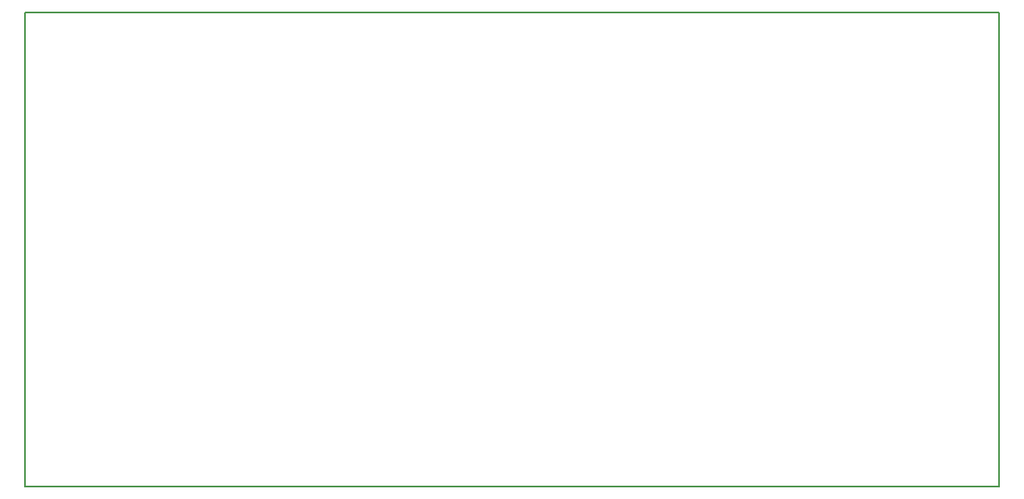
<source format=gm1>
G04 #@! TF.FileFunction,Profile,NP*
%FSLAX46Y46*%
G04 Gerber Fmt 4.6, Leading zero omitted, Abs format (unit mm)*
G04 Created by KiCad (PCBNEW 4.0.6) date 05/15/17 21:45:34*
%MOMM*%
%LPD*%
G01*
G04 APERTURE LIST*
%ADD10C,0.100000*%
%ADD11C,0.150000*%
G04 APERTURE END LIST*
D10*
D11*
X187960000Y-149860000D02*
X187960000Y-101600000D01*
X88900000Y-101600000D02*
X88900000Y-149860000D01*
X88900000Y-101600000D02*
X187960000Y-101600000D01*
X88900000Y-149860000D02*
X187960000Y-149860000D01*
M02*

</source>
